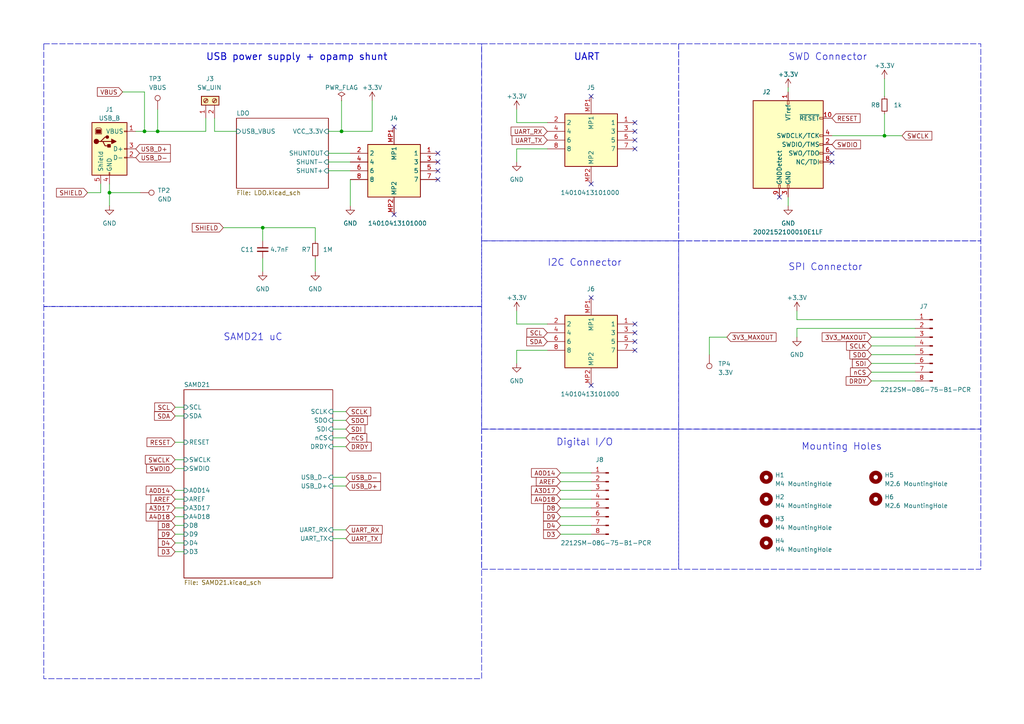
<source format=kicad_sch>
(kicad_sch (version 20230121) (generator eeschema)
  (paper "A4")
  (title_block (title "Embedded design and testing - PCB") (date "27.8.2023") (rev "1.0") (company "Jyri Luoma-aho") (comment 1 "Root Schematic"))
  (lib_symbols
    (symbol "14010413101000:14010413101000"
      (property "Reference" "J" (at 21.59 12.7 0))
      (property "Value" "14010413101000" (at 21.59 10.16 0))
      (symbol "14010413101000_1_1"
        (rectangle (start 5.08 7.62) (end 20.32 -7.62) (stroke (width 0.254)) (fill (type background)))
        (pin passive line (at 7.62 12.7 270) (length 5.08) (name "1") (number "1"))
        (pin passive line (at 7.62 -12.7 90) (length 5.08) (name "2") (number "2"))
        (pin passive line (at 10.16 12.7 270) (length 5.08) (name "3") (number "3"))
        (pin passive line (at 10.16 -12.7 90) (length 5.08) (name "4") (number "4"))
        (pin passive line (at 12.7 12.7 270) (length 5.08) (name "5") (number "5"))
        (pin passive line (at 12.7 -12.7 90) (length 5.08) (name "6") (number "6"))
        (pin passive line (at 15.24 12.7 270) (length 5.08) (name "7") (number "7"))
        (pin passive line (at 15.24 -12.7 90) (length 5.08) (name "8") (number "8"))
        (pin passive line (at 0 0 0) (length 5.08) (name "MP1") (number "MP1"))
        (pin passive line (at 25.4 0 180) (length 5.08) (name "MP2") (number "MP2"))
      )
    )
    (symbol "Connector:Conn_01x08_Pin" (pin_names (offset 1.016) hide)
      (property "Reference" "J" (at 0 10.16 0))
      (property "Value" "Conn_01x08_Pin" (at 0 -12.7 0))
      (symbol "Conn_01x08_Pin_1_1"
        (polyline (pts (xy 1.27 -10.16) (xy 0.8636 -10.16)) (stroke (width 0.1524)))
        (polyline (pts (xy 1.27 -7.62) (xy 0.8636 -7.62)) (stroke (width 0.1524)))
        (polyline (pts (xy 1.27 -5.08) (xy 0.8636 -5.08)) (stroke (width 0.1524)))
        (polyline (pts (xy 1.27 -2.54) (xy 0.8636 -2.54)) (stroke (width 0.1524)))
        (polyline (pts (xy 1.27 0) (xy 0.8636 0)) (stroke (width 0.1524)))
        (polyline (pts (xy 1.27 2.54) (xy 0.8636 2.54)) (stroke (width 0.1524)))
        (polyline (pts (xy 1.27 5.08) (xy 0.8636 5.08)) (stroke (width 0.1524)))
        (polyline (pts (xy 1.27 7.62) (xy 0.8636 7.62)) (stroke (width 0.1524)))
        (rectangle (start 0.8636 -10.033) (end 0 -10.287) (stroke (width 0.1524)) (fill (type outline)))
        (rectangle (start 0.8636 -7.493) (end 0 -7.747) (stroke (width 0.1524)) (fill (type outline)))
        (rectangle (start 0.8636 -4.953) (end 0 -5.207) (stroke (width 0.1524)) (fill (type outline)))
        (rectangle (start 0.8636 -2.413) (end 0 -2.667) (stroke (width 0.1524)) (fill (type outline)))
        (rectangle (start 0.8636 0.127) (end 0 -0.127) (stroke (width 0.1524)) (fill (type outline)))
        (rectangle (start 0.8636 2.667) (end 0 2.413) (stroke (width 0.1524)) (fill (type outline)))
        (rectangle (start 0.8636 5.207) (end 0 4.953) (stroke (width 0.1524)) (fill (type outline)))
        (rectangle (start 0.8636 7.747) (end 0 7.493) (stroke (width 0.1524)) (fill (type outline)))
        (pin passive line (at 5.08 7.62 180) (length 3.81) (name "Pin_1") (number "1"))
        (pin passive line (at 5.08 5.08 180) (length 3.81) (name "Pin_2") (number "2"))
        (pin passive line (at 5.08 2.54 180) (length 3.81) (name "Pin_3") (number "3"))
        (pin passive line (at 5.08 0 180) (length 3.81) (name "Pin_4") (number "4"))
        (pin passive line (at 5.08 -2.54 180) (length 3.81) (name "Pin_5") (number "5"))
        (pin passive line (at 5.08 -5.08 180) (length 3.81) (name "Pin_6") (number "6"))
        (pin passive line (at 5.08 -7.62 180) (length 3.81) (name "Pin_7") (number "7"))
        (pin passive line (at 5.08 -10.16 180) (length 3.81) (name "Pin_8") (number "8"))
      )
    )
    (symbol "Connector:Conn_ARM_JTAG_SWD_10" (pin_names (offset 1.016))
      (property "Reference" "J" (at -2.54 16.51 0))
      (property "Value" "Conn_ARM_JTAG_SWD_10" (at -2.54 13.97 0))
      (symbol "Conn_ARM_JTAG_SWD_10_0_1"
        (rectangle (start -10.16 12.7) (end 10.16 -12.7) (stroke (width 0.254)) (fill (type background)))
        (rectangle (start -2.794 -12.7) (end -2.286 -11.684))
        (rectangle (start -0.254 -12.7) (end 0.254 -11.684))
        (rectangle (start -0.254 12.7) (end 0.254 11.684))
        (rectangle (start 9.144 2.286) (end 10.16 2.794))
        (rectangle (start 10.16 -2.794) (end 9.144 -2.286))
        (rectangle (start 10.16 -0.254) (end 9.144 0.254))
        (rectangle (start 10.16 7.874) (end 9.144 7.366))
      )
      (symbol "Conn_ARM_JTAG_SWD_10_1_1"
        (rectangle (start 9.144 -5.334) (end 10.16 -4.826))
        (pin power_in line (at 0 15.24 270) (length 2.54) (name "VTref") (number "1"))
        (pin open_collector line (at 12.7 7.62 180) (length 2.54) (name "~{RESET}") (number "10"))
        (pin bidirectional line (at 12.7 0 180) (length 2.54) (name "SWDIO/TMS") (number "2"))
        (pin power_in line (at 0 -15.24 90) (length 2.54) (name "GND") (number "3"))
        (pin output line (at 12.7 2.54 180) (length 2.54) (name "SWDCLK/TCK") (number "4"))
        (pin passive line (at 0 -15.24 90) (length 2.54) hide (name "GND") (number "5"))
        (pin input line (at 12.7 -2.54 180) (length 2.54) (name "SWO/TDO") (number "6"))
        (pin no_connect line (at -10.16 0 0) (length 2.54) hide (name "KEY") (number "7"))
        (pin output line (at 12.7 -5.08 180) (length 2.54) (name "NC/TDI") (number "8"))
        (pin passive line (at -2.54 -15.24 90) (length 2.54) (name "GNDDetect") (number "9"))
      )
    )
    (symbol "Connector:Screw_Terminal_01x02" (pin_names (offset 1.016) hide)
      (property "Reference" "J" (at 0 2.54 0))
      (property "Value" "Screw_Terminal_01x02" (at 0 -5.08 0))
      (symbol "Screw_Terminal_01x02_1_1"
        (rectangle (start -1.27 1.27) (end 1.27 -3.81) (stroke (width 0.254)) (fill (type background)))
        (circle (center 0 -2.54) (radius 0.635) (stroke (width 0.1524)))
        (polyline (pts (xy -0.5334 -2.2098) (xy 0.3302 -3.048)) (stroke (width 0.1524)))
        (polyline (pts (xy -0.5334 0.3302) (xy 0.3302 -0.508)) (stroke (width 0.1524)))
        (polyline (pts (xy -0.3556 -2.032) (xy 0.508 -2.8702)) (stroke (width 0.1524)))
        (polyline (pts (xy -0.3556 0.508) (xy 0.508 -0.3302)) (stroke (width 0.1524)))
        (circle (center 0 0) (radius 0.635) (stroke (width 0.1524)))
        (pin passive line (at -5.08 0 0) (length 3.81) (name "Pin_1") (number "1"))
        (pin passive line (at -5.08 -2.54 0) (length 3.81) (name "Pin_2") (number "2"))
      )
    )
    (symbol "Connector:TestPoint" (pin_numbers hide) (pin_names (offset 0.762) hide)
      (property "Reference" "TP" (at 0 6.858 0))
      (property "Value" "TestPoint" (at 0 5.08 0))
      (symbol "TestPoint_0_1"
        (circle (center 0 3.302) (radius 0.762))
      )
      (symbol "TestPoint_1_1"
        (pin passive line (at 0 0 90) (length 2.54) (name "1") (number "1"))
      )
    )
    (symbol "Connector:USB_B" (pin_names (offset 1.016))
      (property "Reference" "J" (at -5.08 11.43 0))
      (property "Value" "USB_B" (at -5.08 8.89 0))
      (symbol "USB_B_0_1"
        (rectangle (start -5.08 -7.62) (end 5.08 7.62) (stroke (width 0.254)) (fill (type background)))
        (circle (center -3.81 2.159) (radius 0.635) (stroke (width 0.254)) (fill (type outline)))
        (rectangle (start -3.81 5.588) (end -2.54 4.572) (fill (type outline)))
        (circle (center -0.635 3.429) (radius 0.381) (stroke (width 0.254)) (fill (type outline)))
        (rectangle (start -0.127 -7.62) (end 0.127 -6.858))
        (polyline (pts (xy -1.905 2.159) (xy 0.635 2.159)) (stroke (width 0.254)))
        (polyline (pts (xy -3.175 2.159) (xy -2.54 2.159) (xy -1.27 3.429) (xy -0.635 3.429)) (stroke (width 0.254)))
        (polyline (pts (xy -2.54 2.159) (xy -1.905 2.159) (xy -1.27 0.889) (xy 0 0.889)) (stroke (width 0.254)))
        (polyline (pts (xy 0.635 2.794) (xy 0.635 1.524) (xy 1.905 2.159) (xy 0.635 2.794)) (stroke (width 0.254)) (fill (type outline)))
        (polyline (pts (xy -4.064 4.318) (xy -2.286 4.318) (xy -2.286 5.715) (xy -2.667 6.096) (xy -3.683 6.096) (xy -4.064 5.715) (xy -4.064 4.318)))
        (rectangle (start 0.254 1.27) (end -0.508 0.508) (stroke (width 0.254)) (fill (type outline)))
        (rectangle (start 5.08 -2.667) (end 4.318 -2.413))
        (rectangle (start 5.08 -0.127) (end 4.318 0.127))
        (rectangle (start 5.08 4.953) (end 4.318 5.207))
      )
      (symbol "USB_B_1_1"
        (pin power_out line (at 7.62 5.08 180) (length 2.54) (name "VBUS") (number "1"))
        (pin bidirectional line (at 7.62 -2.54 180) (length 2.54) (name "D-") (number "2"))
        (pin bidirectional line (at 7.62 0 180) (length 2.54) (name "D+") (number "3"))
        (pin power_out line (at 0 -10.16 90) (length 2.54) (name "GND") (number "4"))
        (pin passive line (at -2.54 -10.16 90) (length 2.54) (name "Shield") (number "5"))
      )
    )
    (symbol "Device:C_Small" (pin_numbers hide) (pin_names (offset 0.254) hide)
      (property "Reference" "C" (at 0.254 1.778 0))
      (property "Value" "C_Small" (at 0.254 -2.032 0))
      (symbol "C_Small_0_1"
        (polyline (pts (xy -1.524 -0.508) (xy 1.524 -0.508)) (stroke (width 0.3302)))
        (polyline (pts (xy -1.524 0.508) (xy 1.524 0.508)) (stroke (width 0.3048)))
      )
      (symbol "C_Small_1_1"
        (pin passive line (at 0 2.54 270) (length 2.032) (name "~") (number "1"))
        (pin passive line (at 0 -2.54 90) (length 2.032) (name "~") (number "2"))
      )
    )
    (symbol "Device:R_Small" (pin_numbers hide) (pin_names (offset 0.254) hide)
      (property "Reference" "R" (at 0.762 0.508 0))
      (property "Value" "R_Small" (at 0.762 -1.016 0))
      (symbol "R_Small_0_1"
        (rectangle (start -0.762 1.778) (end 0.762 -1.778) (stroke (width 0.2032)))
      )
      (symbol "R_Small_1_1"
        (pin passive line (at 0 2.54 270) (length 0.762) (name "~") (number "1"))
        (pin passive line (at 0 -2.54 90) (length 0.762) (name "~") (number "2"))
      )
    )
    (symbol "Mechanical:MountingHole" (pin_names (offset 1.016))
      (property "Reference" "H" (at 0 5.08 0))
      (property "Value" "MountingHole" (at 0 3.175 0))
      (symbol "MountingHole_0_1"
        (circle (center 0 0) (radius 1.27) (stroke (width 1.27)))
      )
    )
    (symbol "power:+3.3V" (power) (pin_names (offset 0))
      (property "Value" "+3.3V" (at 0 3.556 0))
      (symbol "+3.3V_0_1"
        (polyline (pts (xy -0.762 1.27) (xy 0 2.54)))
        (polyline (pts (xy 0 0) (xy 0 2.54)))
        (polyline (pts (xy 0 2.54) (xy 0.762 1.27)))
      )
      (symbol "+3.3V_1_1"
        (pin power_in line (at 0 0 90) (length 0) hide (name "+3.3V") (number "1"))
      )
    )
    (symbol "power:GND" (power) (pin_names (offset 0))
      (property "Value" "GND" (at 0 -3.81 0))
      (symbol "GND_0_1"
        (polyline (pts (xy 0 0) (xy 0 -1.27) (xy 1.27 -1.27) (xy 0 -2.54) (xy -1.27 -1.27) (xy 0 -1.27)))
      )
      (symbol "GND_1_1"
        (pin power_in line (at 0 0 270) (length 0) hide (name "GND") (number "1"))
      )
    )
    (symbol "power:PWR_FLAG" (power) (pin_numbers hide) (pin_names (offset 0) hide)
      (property "Value" "PWR_FLAG" (at 0 3.81 0))
      (symbol "PWR_FLAG_0_0"
        (pin power_out line (at 0 0 90) (length 0) (name "pwr") (number "1"))
      )
      (symbol "PWR_FLAG_0_1"
        (polyline (pts (xy 0 0) (xy 0 1.27) (xy -1.016 1.905) (xy 0 2.54) (xy 1.016 1.905) (xy 0 1.27)))
      )
    )
  )
  (junction (at 31.75 55.88))
  (junction (at 256.54 39.37))
  (junction (at 45.72 38.1))
  (junction (at 41.91 38.1))
  (junction (at 76.2 66.04))
  (junction (at 99.06 38.1))
  (no_connect (at 127 44.45))
  (no_connect (at 127 52.07))
  (no_connect (at 184.15 93.98))
  (no_connect (at 241.3 46.99))
  (no_connect (at 184.15 101.6))
  (no_connect (at 171.45 53.34))
  (no_connect (at 184.15 43.18))
  (no_connect (at 171.45 27.94))
  (no_connect (at 184.15 38.1))
  (no_connect (at 241.3 44.45))
  (no_connect (at 184.15 99.06))
  (no_connect (at 127 46.99))
  (no_connect (at 184.15 40.64))
  (no_connect (at 184.15 96.52))
  (no_connect (at 171.45 111.76))
  (no_connect (at 184.15 35.56))
  (no_connect (at 114.3 36.83))
  (no_connect (at 114.3 62.23))
  (no_connect (at 171.45 86.36))
  (no_connect (at 226.06 57.15))
  (no_connect (at 127 49.53))
  (wire (pts (xy 162.56 139.7) (xy 171.45 139.7)))
  (wire (pts (xy 162.56 149.86) (xy 171.45 149.86)))
  (wire (pts (xy 96.52 129.54) (xy 100.33 129.54)))
  (wire (pts (xy 228.6 25.4) (xy 228.6 26.67)))
  (wire (pts (xy 50.8 120.65) (xy 53.34 120.65)))
  (wire (pts (xy 252.73 107.95) (xy 265.43 107.95)))
  (wire (pts (xy 31.75 55.88) (xy 40.64 55.88)))
  (wire (pts (xy 162.56 147.32) (xy 171.45 147.32)))
  (wire (pts (xy 265.43 95.25) (xy 231.14 95.25)))
  (wire (pts (xy 228.6 57.15) (xy 228.6 59.69)))
  (wire (pts (xy 158.75 93.98) (xy 149.86 93.98)))
  (wire (pts (xy 158.75 43.18) (xy 149.86 43.18)))
  (wire (pts (xy 50.8 154.94) (xy 53.34 154.94)))
  (wire (pts (xy 149.86 35.56) (xy 149.86 31.75)))
  (wire (pts (xy 95.25 38.1) (xy 99.06 38.1)))
  (wire (pts (xy 45.72 38.1) (xy 41.91 38.1)))
  (wire (pts (xy 45.72 31.75) (xy 45.72 38.1)))
  (wire (pts (xy 50.8 142.24) (xy 53.34 142.24)))
  (wire (pts (xy 205.74 97.79) (xy 210.82 97.79)))
  (wire (pts (xy 158.75 35.56) (xy 149.86 35.56)))
  (wire (pts (xy 64.77 66.04) (xy 76.2 66.04)))
  (wire (pts (xy 96.52 124.46) (xy 100.33 124.46)))
  (wire (pts (xy 231.14 95.25) (xy 231.14 97.79)))
  (wire (pts (xy 50.8 128.27) (xy 53.34 128.27)))
  (wire (pts (xy 96.52 121.92) (xy 100.33 121.92)))
  (wire (pts (xy 50.8 135.89) (xy 53.34 135.89)))
  (wire (pts (xy 149.86 101.6) (xy 149.86 105.41)))
  (wire (pts (xy 96.52 127) (xy 100.33 127)))
  (wire (pts (xy 50.8 144.78) (xy 53.34 144.78)))
  (wire (pts (xy 95.25 46.99) (xy 101.6 46.99)))
  (wire (pts (xy 50.8 133.35) (xy 53.34 133.35)))
  (wire (pts (xy 149.86 43.18) (xy 149.86 46.99)))
  (wire (pts (xy 162.56 144.78) (xy 171.45 144.78)))
  (wire (pts (xy 50.8 118.11) (xy 53.34 118.11)))
  (wire (pts (xy 31.75 55.88) (xy 31.75 59.69)))
  (wire (pts (xy 162.56 152.4) (xy 171.45 152.4)))
  (wire (pts (xy 96.52 153.67) (xy 100.33 153.67)))
  (wire (pts (xy 59.69 34.29) (xy 59.69 38.1)))
  (wire (pts (xy 59.69 38.1) (xy 45.72 38.1)))
  (wire (pts (xy 62.23 34.29) (xy 62.23 38.1)))
  (wire (pts (xy 50.8 147.32) (xy 53.34 147.32)))
  (wire (pts (xy 25.4 55.88) (xy 29.21 55.88)))
  (wire (pts (xy 50.8 152.4) (xy 53.34 152.4)))
  (wire (pts (xy 96.52 156.21) (xy 100.33 156.21)))
  (wire (pts (xy 96.52 119.38) (xy 100.33 119.38)))
  (wire (pts (xy 95.25 49.53) (xy 101.6 49.53)))
  (wire (pts (xy 252.73 110.49) (xy 265.43 110.49)))
  (wire (pts (xy 256.54 39.37) (xy 241.3 39.37)))
  (wire (pts (xy 107.95 38.1) (xy 107.95 29.21)))
  (wire (pts (xy 252.73 102.87) (xy 265.43 102.87)))
  (wire (pts (xy 95.25 44.45) (xy 101.6 44.45)))
  (wire (pts (xy 256.54 33.02) (xy 256.54 39.37)))
  (wire (pts (xy 76.2 66.04) (xy 76.2 69.85)))
  (wire (pts (xy 35.56 26.67) (xy 41.91 26.67)))
  (wire (pts (xy 41.91 26.67) (xy 41.91 38.1)))
  (wire (pts (xy 50.8 157.48) (xy 53.34 157.48)))
  (wire (pts (xy 96.52 138.43) (xy 100.33 138.43)))
  (wire (pts (xy 50.8 149.86) (xy 53.34 149.86)))
  (wire (pts (xy 62.23 38.1) (xy 68.58 38.1)))
  (wire (pts (xy 29.21 55.88) (xy 29.21 53.34)))
  (wire (pts (xy 50.8 160.02) (xy 53.34 160.02)))
  (wire (pts (xy 41.91 38.1) (xy 39.37 38.1)))
  (wire (pts (xy 158.75 101.6) (xy 149.86 101.6)))
  (wire (pts (xy 231.14 90.17) (xy 231.14 92.71)))
  (wire (pts (xy 256.54 22.86) (xy 256.54 27.94)))
  (wire (pts (xy 162.56 142.24) (xy 171.45 142.24)))
  (wire (pts (xy 99.06 29.21) (xy 99.06 38.1)))
  (wire (pts (xy 99.06 38.1) (xy 107.95 38.1)))
  (wire (pts (xy 149.86 93.98) (xy 149.86 90.17)))
  (wire (pts (xy 101.6 52.07) (xy 101.6 59.69)))
  (wire (pts (xy 205.74 97.79) (xy 205.74 102.87)))
  (wire (pts (xy 91.44 66.04) (xy 76.2 66.04)))
  (wire (pts (xy 252.73 105.41) (xy 265.43 105.41)))
  (wire (pts (xy 76.2 74.93) (xy 76.2 78.74)))
  (wire (pts (xy 252.73 100.33) (xy 265.43 100.33)))
  (wire (pts (xy 96.52 140.97) (xy 100.33 140.97)))
  (wire (pts (xy 231.14 92.71) (xy 265.43 92.71)))
  (wire (pts (xy 162.56 137.16) (xy 171.45 137.16)))
  (wire (pts (xy 261.62 39.37) (xy 256.54 39.37)))
  (wire (pts (xy 31.75 53.34) (xy 31.75 55.88)))
  (wire (pts (xy 252.73 97.79) (xy 265.43 97.79)))
  (wire (pts (xy 91.44 69.85) (xy 91.44 66.04)))
  (wire (pts (xy 91.44 74.93) (xy 91.44 78.74)))
  (wire (pts (xy 162.56 154.94) (xy 171.45 154.94)))
  (rectangle (start 196.85 69.85) (end 284.48 124.46) (stroke (width 0) (type dash)))
  (rectangle (start 139.7 124.46) (end 196.85 165.1) (stroke (width 0) (type dash)))
  (rectangle (start 284.48 135.89) (end 284.48 135.89))
  (rectangle (start 139.7 12.7) (end 196.85 69.85) (stroke (width 0) (type dash)))
  (rectangle (start 139.7 69.85) (end 196.85 124.46) (stroke (width 0) (type dash)))
  (rectangle (start 12.7 12.7) (end 139.7 88.9) (stroke (width 0) (type dash)))
  (rectangle (start 196.85 12.7) (end 284.48 69.85) (stroke (width 0) (type dash)))
  (rectangle (start 196.85 124.46) (end 284.48 165.1) (stroke (width 0) (type dash)))
  (rectangle (start 12.7 88.9) (end 139.7 196.85) (stroke (width 0) (type dash)))
  (text "SPI Connector" (at 228.6 78.74 0) (effects (font (size 2 2)) (justify left bottom)))
  (text "UART" (at 166.37 17.78 0) (effects (font (size 2 2) (thickness 0.254) bold) (justify left bottom)))
  (text "SAMD21 uC" (at 64.77 99.06 0) (effects (font (size 2 2)) (justify left bottom)))
  (text "SWD Connector" (at 228.6 17.78 0) (effects (font (size 2 2)) (justify left bottom)))
  (text "USB power supply + opamp shunt" (at 59.69 17.78 0) (effects (font (size 2 2) (thickness 0.254) bold) (justify left bottom)))
  (text "Mounting Holes" (at 232.41 130.81 0) (effects (font (size 2 2)) (justify left bottom)))
  (text "I2C Connector" (at 158.75 77.47 0) (effects (font (size 2 2)) (justify left bottom)))
  (text "Digital I/O\n" (at 161.29 129.54 0) (effects (font (size 2 2)) (justify left bottom)))
  (global_label "SWDIO" (shape input) (at 50.8 135.89 180) (property "Intersheetrefs" "${INTERSHEET_REFS}" (effects hide)))
  (global_label "UART_TX" (shape input) (at 100.33 156.21 0) (property "Intersheetrefs" "${INTERSHEET_REFS}" (effects hide)))
  (global_label "A3D17" (shape input) (at 50.8 147.32 180) (property "Intersheetrefs" "${INTERSHEET_REFS}" (effects hide)))
  (global_label "RESET" (shape input) (at 241.3 34.29 0) (property "Intersheetrefs" "${INTERSHEET_REFS}" (effects hide)))
  (global_label "SHIELD" (shape input) (at 25.4 55.88 180) (property "Intersheetrefs" "${INTERSHEET_REFS}" (effects hide)))
  (global_label "SDO" (shape input) (at 100.33 121.92 0) (property "Intersheetrefs" "${INTERSHEET_REFS}" (effects hide)))
  (global_label "UART_TX" (shape input) (at 158.75 40.64 180) (property "Intersheetrefs" "${INTERSHEET_REFS}" (effects hide)))
  (global_label "nCS" (shape input) (at 252.73 107.95 180) (property "Intersheetrefs" "${INTERSHEET_REFS}" (effects hide)))
  (global_label "SDA" (shape input) (at 50.8 120.65 180) (property "Intersheetrefs" "${INTERSHEET_REFS}" (effects hide)))
  (global_label "SCL" (shape input) (at 50.8 118.11 180) (property "Intersheetrefs" "${INTERSHEET_REFS}" (effects hide)))
  (global_label "UART_RX" (shape input) (at 158.75 38.1 180) (property "Intersheetrefs" "${INTERSHEET_REFS}" (effects hide)))
  (global_label "DRDY" (shape input) (at 252.73 110.49 180) (property "Intersheetrefs" "${INTERSHEET_REFS}" (effects hide)))
  (global_label "3V3_MAXOUT" (shape input) (at 210.82 97.79 0) (property "Intersheetrefs" "${INTERSHEET_REFS}" (effects hide)))
  (global_label "SDI" (shape input) (at 252.73 105.41 180) (property "Intersheetrefs" "${INTERSHEET_REFS}" (effects hide)))
  (global_label "AREF" (shape input) (at 50.8 144.78 180) (property "Intersheetrefs" "${INTERSHEET_REFS}" (effects hide)))
  (global_label "USB_D+" (shape input) (at 39.37 43.18 0) (property "Intersheetrefs" "${INTERSHEET_REFS}" (effects hide)))
  (global_label "3V3_MAXOUT" (shape input) (at 252.73 97.79 180) (property "Intersheetrefs" "${INTERSHEET_REFS}" (effects hide)))
  (global_label "SWCLK" (shape input) (at 50.8 133.35 180) (property "Intersheetrefs" "${INTERSHEET_REFS}" (effects hide)))
  (global_label "RESET" (shape input) (at 50.8 128.27 180) (property "Intersheetrefs" "${INTERSHEET_REFS}" (effects hide)))
  (global_label "A0D14" (shape input) (at 50.8 142.24 180) (property "Intersheetrefs" "${INTERSHEET_REFS}" (effects hide)))
  (global_label "SWCLK" (shape input) (at 261.62 39.37 0) (property "Intersheetrefs" "${INTERSHEET_REFS}" (effects hide)))
  (global_label "UART_RX" (shape input) (at 100.33 153.67 0) (property "Intersheetrefs" "${INTERSHEET_REFS}" (effects hide)))
  (global_label "D8" (shape input) (at 162.56 147.32 180) (property "Intersheetrefs" "${INTERSHEET_REFS}" (effects hide)))
  (global_label "D8" (shape input) (at 50.8 152.4 180) (property "Intersheetrefs" "${INTERSHEET_REFS}" (effects hide)))
  (global_label "D9" (shape input) (at 50.8 154.94 180) (property "Intersheetrefs" "${INTERSHEET_REFS}" (effects hide)))
  (global_label "DRDY" (shape input) (at 100.33 129.54 0) (property "Intersheetrefs" "${INTERSHEET_REFS}" (effects hide)))
  (global_label "D3" (shape input) (at 50.8 160.02 180) (property "Intersheetrefs" "${INTERSHEET_REFS}" (effects hide)))
  (global_label "D4" (shape input) (at 50.8 157.48 180) (property "Intersheetrefs" "${INTERSHEET_REFS}" (effects hide)))
  (global_label "A0D14" (shape input) (at 162.56 137.16 180) (property "Intersheetrefs" "${INTERSHEET_REFS}" (effects hide)))
  (global_label "D4" (shape input) (at 162.56 152.4 180) (property "Intersheetrefs" "${INTERSHEET_REFS}" (effects hide)))
  (global_label "SCLK" (shape input) (at 252.73 100.33 180) (property "Intersheetrefs" "${INTERSHEET_REFS}" (effects hide)))
  (global_label "A3D17" (shape input) (at 162.56 142.24 180) (property "Intersheetrefs" "${INTERSHEET_REFS}" (effects hide)))
  (global_label "A4D18" (shape input) (at 162.56 144.78 180) (property "Intersheetrefs" "${INTERSHEET_REFS}" (effects hide)))
  (global_label "AREF" (shape input) (at 162.56 139.7 180) (property "Intersheetrefs" "${INTERSHEET_REFS}" (effects hide)))
  (global_label "D9" (shape input) (at 162.56 149.86 180) (property "Intersheetrefs" "${INTERSHEET_REFS}" (effects hide)))
  (global_label "SDA" (shape input) (at 158.75 99.06 180) (property "Intersheetrefs" "${INTERSHEET_REFS}" (effects hide)))
  (global_label "VBUS" (shape input) (at 35.56 26.67 180) (property "Intersheetrefs" "${INTERSHEET_REFS}" (effects hide)))
  (global_label "SCLK" (shape input) (at 100.33 119.38 0) (property "Intersheetrefs" "${INTERSHEET_REFS}" (effects hide)))
  (global_label "nCS" (shape input) (at 100.33 127 0) (property "Intersheetrefs" "${INTERSHEET_REFS}" (effects hide)))
  (global_label "SDI" (shape input) (at 100.33 124.46 0) (property "Intersheetrefs" "${INTERSHEET_REFS}" (effects hide)))
  (global_label "D3" (shape input) (at 162.56 154.94 180) (property "Intersheetrefs" "${INTERSHEET_REFS}" (effects hide)))
  (global_label "SHIELD" (shape input) (at 64.77 66.04 180) (property "Intersheetrefs" "${INTERSHEET_REFS}" (effects hide)))
  (global_label "USB_D-" (shape input) (at 39.37 45.72 0) (property "Intersheetrefs" "${INTERSHEET_REFS}" (effects hide)))
  (global_label "A4D18" (shape input) (at 50.8 149.86 180) (property "Intersheetrefs" "${INTERSHEET_REFS}" (effects hide)))
  (global_label "SWDIO" (shape input) (at 241.3 41.91 0) (property "Intersheetrefs" "${INTERSHEET_REFS}" (effects hide)))
  (global_label "SDO" (shape input) (at 252.73 102.87 180) (property "Intersheetrefs" "${INTERSHEET_REFS}" (effects hide)))
  (global_label "USB_D+" (shape input) (at 100.33 140.97 0) (property "Intersheetrefs" "${INTERSHEET_REFS}" (effects hide)))
  (global_label "SCL" (shape input) (at 158.75 96.52 180) (property "Intersheetrefs" "${INTERSHEET_REFS}" (effects hide)))
  (global_label "USB_D-" (shape input) (at 100.33 138.43 0) (property "Intersheetrefs" "${INTERSHEET_REFS}" (effects hide)))
  (symbol (lib_id "power:+3.3V") (at 107.95 29.21 0) (unit 1)
    (property "Reference" "#PWR024" (effects hide))
    (property "Value" "+3.3V" (at 107.95 25.4 0))
  )
  (symbol (lib_id "Device:C_Small") (at 76.2 72.39 0) (unit 1)
    (property "Reference" "C11" (at 73.66 72.39 0) (effects (justify right)))
    (property "Value" "4.7nF" (at 83.82 72.39 0) (effects (justify right)))
    (property "Footprint" "Capacitor_SMD:C_1206_3216Metric_Pad1.33x1.80mm_HandSolder" (effects hide))
  )
  (symbol (lib_id "Connector:Conn_01x08_Pin") (at 270.51 100.33 0) (mirror y) (unit 1)
    (property "Reference" "J7" (at 266.7 88.9 0) (effects (justify right)))
    (property "Value" "2212SM-08G-75-B1-PCR" (at 255.27 113.03 0) (effects (justify right)))
    (property "Footprint" "Connector_PinSocket_2.54mm:PinSocket_1x08_P2.54mm_Vertical_SMD_Pin1Right" (effects hide))
  )
  (symbol (lib_id "power:GND") (at 149.86 105.41 0) (unit 1)
    (property "Reference" "#PWR032" (effects hide))
    (property "Value" "GND" (at 149.86 110.49 0))
  )
  (symbol (lib_id "power:GND") (at 31.75 59.69 0) (unit 1)
    (property "Reference" "#PWR019" (effects hide))
    (property "Value" "GND" (at 31.75 64.77 0))
  )
  (symbol (lib_id "14010413101000:14010413101000") (at 171.45 86.36 270) (unit 1)
    (property "Reference" "J6" (at 170.18 83.82 90) (effects (justify left)))
    (property "Value" "14010413101000" (at 162.56 114.3 90) (effects (justify left)))
    (property "Footprint" "KIRJASTO:14010413101000" (effects hide))
    (property "Datasheet" "https://b2b.harting.com/files/download/PRD/PDF_DS/PDF_DS_14017401601.pdf" (effects hide))
    (property "Height" "10.6" (effects hide))
    (property "Mouser Part Number" "617-14010413101000" (effects hide))
    (property "Mouser Price/Stock" "https://www.mouser.co.uk/ProductDetail/HARTING/14010413101000?qs=9nYkJLYMUzuj9baN%2Fqja0w%3D%3D" (effects hide))
    (property "Manufacturer_Name" "HARTING" (effects hide))
    (property "Manufacturer_Part_Number" "14010413101000" (effects hide))
  )
  (symbol (lib_id "power:+3.3V") (at 256.54 22.86 0) (unit 1)
    (property "Reference" "#PWR016" (effects hide))
    (property "Value" "+3.3V" (at 256.54 19.05 0))
  )
  (symbol (lib_id "power:+3.3V") (at 149.86 90.17 0) (unit 1)
    (property "Reference" "#PWR031" (effects hide))
    (property "Value" "+3.3V" (at 149.86 86.36 0))
  )
  (symbol (lib_id "Connector:TestPoint") (at 205.74 102.87 180) (unit 1)
    (property "Reference" "TP4" (at 208.28 105.537 0) (effects (justify right)))
    (property "Value" "3.3V" (at 208.28 108.077 0) (effects (justify right)))
    (property "Footprint" "KIRJASTO:S275146R" (effects hide))
  )
  (symbol (lib_id "Connector:TestPoint") (at 45.72 31.75 0) (unit 1)
    (property "Reference" "TP3" (at 43.18 22.86 0) (effects (justify left)))
    (property "Value" "VBUS" (at 43.18 25.4 0) (effects (justify left)))
    (property "Footprint" "KIRJASTO:S275146R" (effects hide))
  )
  (symbol (lib_id "Connector:Conn_ARM_JTAG_SWD_10") (at 228.6 41.91 0) (unit 1)
    (property "Reference" "J2" (at 223.52 26.67 0) (effects (justify right)))
    (property "Value" "2002152100010E1LF" (at 238.76 67.31 0) (effects (justify right)))
    (property "Footprint" "KIRJASTO:2002152100010E1LF" (effects hide))
    (property "Datasheet" "http://infocenter.arm.com/help/topic/com.arm.doc.ddi0314h/DDI0314H_coresight_components_trm.pdf" (effects hide))
  )
  (symbol (lib_id "Mechanical:MountingHole") (at 254 144.78 0) (unit 1)
    (property "Reference" "H6" (at 256.54 144.145 0) (effects (justify left)))
    (property "Value" "M2.6 MountingHole" (at 256.54 146.685 0) (effects (justify left)))
    (property "Footprint" "MountingHole:MountingHole_2.7mm_M2.5_ISO14580_Pad" (effects hide))
  )
  (symbol (lib_id "power:PWR_FLAG") (at 99.06 29.21 0) (unit 1)
    (property "Reference" "#FLG01" (effects hide))
    (property "Value" "PWR_FLAG" (at 99.06 25.4 0))
  )
  (symbol (lib_id "power:GND") (at 149.86 46.99 0) (unit 1)
    (property "Reference" "#PWR021" (effects hide))
    (property "Value" "GND" (at 149.86 52.07 0))
  )
  (symbol (lib_id "Connector:USB_B") (at 31.75 43.18 0) (unit 1)
    (property "Reference" "J1" (at 31.75 31.75 0))
    (property "Value" "USB_B" (at 31.75 34.29 0))
    (property "Footprint" "KIRJASTO:KUSBXSMTBS1NB30" (effects hide))
    (property "Datasheet" " ~" (effects hide))
  )
  (symbol (lib_id "Connector:Conn_01x08_Pin") (at 176.53 144.78 0) (mirror y) (unit 1)
    (property "Reference" "J8" (at 172.72 133.35 0) (effects (justify right)))
    (property "Value" "2212SM-08G-75-B1-PCR" (at 162.56 157.48 0) (effects (justify right)))
    (property "Footprint" "Connector_PinSocket_2.54mm:PinSocket_1x08_P2.54mm_Vertical_SMD_Pin1Right" (effects hide))
  )
  (symbol (lib_id "power:+3.3V") (at 149.86 31.75 0) (unit 1)
    (property "Reference" "#PWR030" (effects hide))
    (property "Value" "+3.3V" (at 149.86 27.94 0))
  )
  (symbol (lib_id "Mechanical:MountingHole") (at 222.25 138.43 0) (unit 1)
    (property "Reference" "H1" (at 224.79 137.795 0) (effects (justify left)))
    (property "Value" "M4 MountingHole" (at 224.79 140.335 0) (effects (justify left)))
    (property "Footprint" "MountingHole:MountingHole_4.3mm_M4_ISO14580_Pad" (effects hide))
  )
  (symbol (lib_id "power:GND") (at 76.2 78.74 0) (unit 1)
    (property "Reference" "#PWR033" (effects hide))
    (property "Value" "GND" (at 76.2 83.82 0))
  )
  (symbol (lib_id "Mechanical:MountingHole") (at 222.25 151.13 0) (unit 1)
    (property "Reference" "H3" (at 224.79 150.495 0) (effects (justify left)))
    (property "Value" "M4 MountingHole" (at 224.79 153.035 0) (effects (justify left)))
    (property "Footprint" "MountingHole:MountingHole_4.3mm_M4_ISO14580_Pad" (effects hide))
  )
  (symbol (lib_id "power:+3.3V") (at 228.6 25.4 0) (unit 1)
    (property "Reference" "#PWR029" (effects hide))
    (property "Value" "+3.3V" (at 228.6 21.59 0))
  )
  (symbol (lib_id "power:GND") (at 228.6 59.69 0) (unit 1)
    (property "Reference" "#PWR028" (effects hide))
    (property "Value" "GND" (at 228.6 64.77 0))
  )
  (symbol (lib_id "14010413101000:14010413101000") (at 171.45 27.94 270) (unit 1)
    (property "Reference" "J5" (at 170.18 25.4 90) (effects (justify left)))
    (property "Value" "14010413101000" (at 162.56 55.88 90) (effects (justify left)))
    (property "Footprint" "KIRJASTO:14010413101000" (effects hide))
    (property "Datasheet" "https://b2b.harting.com/files/download/PRD/PDF_DS/PDF_DS_14017401601.pdf" (effects hide))
    (property "Height" "10.6" (effects hide))
    (property "Mouser Part Number" "617-14010413101000" (effects hide))
    (property "Mouser Price/Stock" "https://www.mouser.co.uk/ProductDetail/HARTING/14010413101000?qs=9nYkJLYMUzuj9baN%2Fqja0w%3D%3D" (effects hide))
    (property "Manufacturer_Name" "HARTING" (effects hide))
    (property "Manufacturer_Part_Number" "14010413101000" (effects hide))
  )
  (symbol (lib_id "14010413101000:14010413101000") (at 114.3 36.83 270) (unit 1)
    (property "Reference" "J4" (at 113.03 34.29 90) (effects (justify left)))
    (property "Value" "14010413101000" (at 106.68 64.77 90) (effects (justify left)))
    (property "Footprint" "KIRJASTO:14010413101000" (effects hide))
    (property "Datasheet" "https://b2b.harting.com/files/download/PRD/PDF_DS/PDF_DS_14017401601.pdf" (effects hide))
    (property "Height" "10.6" (effects hide))
    (property "Mouser Part Number" "617-14010413101000" (effects hide))
    (property "Mouser Price/Stock" "https://www.mouser.co.uk/ProductDetail/HARTING/14010413101000?qs=9nYkJLYMUzuj9baN%2Fqja0w%3D%3D" (effects hide))
    (property "Manufacturer_Name" "HARTING" (effects hide))
    (property "Manufacturer_Part_Number" "14010413101000" (effects hide))
  )
  (symbol (lib_id "Mechanical:MountingHole") (at 254 138.43 0) (unit 1)
    (property "Reference" "H5" (at 256.54 137.795 0) (effects (justify left)))
    (property "Value" "M2.6 MountingHole" (at 256.54 140.335 0) (effects (justify left)))
    (property "Footprint" "MountingHole:MountingHole_2.7mm_M2.5_ISO14580_Pad" (effects hide))
  )
  (symbol (lib_id "power:+3.3V") (at 231.14 90.17 0) (unit 1)
    (property "Reference" "#PWR035" (effects hide))
    (property "Value" "+3.3V" (at 231.14 86.36 0))
  )
  (symbol (lib_id "Connector:Screw_Terminal_01x02") (at 59.69 29.21 90) (unit 1)
    (property "Reference" "J3" (at 59.69 22.86 90) (effects (justify right)))
    (property "Value" "SW_UIN" (at 57.15 25.4 90) (effects (justify right)))
    (property "Footprint" "Connector_PinSocket_2.54mm:PinSocket_1x02_P2.54mm_Vertical" (effects hide))
  )
  (symbol (lib_id "Device:R_Small") (at 256.54 30.48 0) (unit 1)
    (property "Reference" "R8" (at 255.27 30.48 0) (effects (justify right)))
    (property "Value" "1k" (at 261.62 30.48 0) (effects (justify right)))
    (property "Footprint" "Resistor_SMD:R_1206_3216Metric_Pad1.30x1.75mm_HandSolder" (effects hide))
  )
  (symbol (lib_id "Connector:TestPoint") (at 40.64 55.88 270) (unit 1)
    (property "Reference" "TP2" (at 45.72 55.245 90) (effects (justify left)))
    (property "Value" "GND" (at 45.72 57.785 90) (effects (justify left)))
    (property "Footprint" "KIRJASTO:S275146R" (effects hide))
  )
  (symbol (lib_id "Device:R_Small") (at 91.44 72.39 0) (unit 1)
    (property "Reference" "R7" (at 90.17 72.39 0) (effects (justify right)))
    (property "Value" "1M" (at 96.52 72.39 0) (effects (justify right)))
    (property "Footprint" "Resistor_SMD:R_1206_3216Metric_Pad1.30x1.75mm_HandSolder" (effects hide))
  )
  (symbol (lib_id "power:GND") (at 101.6 59.69 0) (unit 1)
    (property "Reference" "#PWR020" (effects hide))
    (property "Value" "GND" (at 101.6 64.77 0))
  )
  (symbol (lib_id "power:GND") (at 231.14 97.79 0) (unit 1)
    (property "Reference" "#PWR036" (effects hide))
    (property "Value" "GND" (at 231.14 102.87 0))
  )
  (symbol (lib_id "Mechanical:MountingHole") (at 222.25 157.48 0) (unit 1)
    (property "Reference" "H4" (at 224.79 156.845 0) (effects (justify left)))
    (property "Value" "M4 MountingHole" (at 224.79 159.385 0) (effects (justify left)))
    (property "Footprint" "MountingHole:MountingHole_4.3mm_M4_ISO14580_Pad" (effects hide))
  )
  (symbol (lib_id "power:GND") (at 91.44 78.74 0) (unit 1)
    (property "Reference" "#PWR034" (effects hide))
    (property "Value" "GND" (at 91.44 83.82 0))
  )
  (symbol (lib_id "Mechanical:MountingHole") (at 222.25 144.78 0) (unit 1)
    (property "Reference" "H2" (at 224.79 144.145 0) (effects (justify left)))
    (property "Value" "M4 MountingHole" (at 224.79 146.685 0) (effects (justify left)))
    (property "Footprint" "MountingHole:MountingHole_4.3mm_M4_ISO14580_Pad" (effects hide))
  )
  (sheet (at 68.58 34.29) (size 26.67 20.32) (stroke (width 0.1524))
    (property "Sheetname" "LDO" (at 68.58 33.5784 0) (effects (justify left bottom)))
    (property "Sheetfile" "LDO.kicad_sch" (at 68.58 55.1946 0) (effects (justify left top)))
    (pin "VCC_3.3V" input (at 95.25 38.1 0))
    (pin "SHUNTOUT" input (at 95.25 44.45 0))
    (pin "SHUNT+" input (at 95.25 49.53 0))
    (pin "SHUNT-" input (at 95.25 46.99 0))
    (pin "USB_VBUS" input (at 68.58 38.1 180))
  )
  (sheet (at 53.34 113.03) (size 43.18 54.61) (stroke (width 0.1524))
    (property "Sheetname" "SAMD21" (at 53.34 112.3184 0) (effects (justify left bottom)))
    (property "Sheetfile" "SAMD21.kicad_sch" (at 53.34 168.2246 0) (effects (justify left top)))
    (pin "A0D14" input (at 53.34 142.24 180))
    (pin "A3D17" input (at 53.34 147.32 180))
    (pin "A4D18" input (at 53.34 149.86 180))
    (pin "UART_RX" input (at 96.52 153.67 0))
    (pin "UART_TX" input (at 96.52 156.21 0))
    (pin "nCS" input (at 96.52 127 0))
    (pin "SDO" input (at 96.52 121.92 0))
    (pin "SDA" input (at 53.34 120.65 180))
    (pin "SCL" input (at 53.34 118.11 180))
    (pin "SWCLK" input (at 53.34 133.35 180))
    (pin "SWDIO" input (at 53.34 135.89 180))
    (pin "AREF" input (at 53.34 144.78 180))
    (pin "D8" input (at 53.34 152.4 180))
    (pin "D9" input (at 53.34 154.94 180))
    (pin "D3" input (at 53.34 160.02 180))
    (pin "D4" input (at 53.34 157.48 180))
    (pin "RESET" input (at 53.34 128.27 180))
    (pin "USB_D+" input (at 96.52 140.97 0))
    (pin "USB_D-" input (at 96.52 138.43 0))
    (pin "DRDY" input (at 96.52 129.54 0))
    (pin "SDI" input (at 96.52 124.46 0))
    (pin "SCLK" input (at 96.52 119.38 0))
  )
)
</source>
